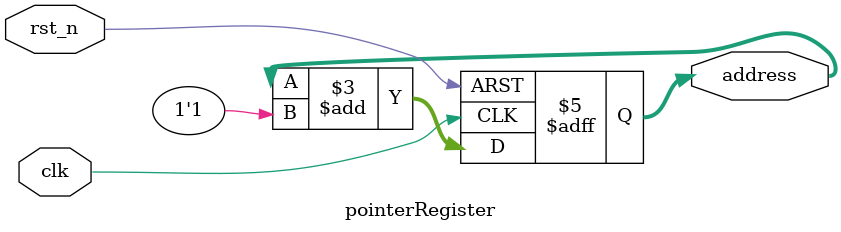
<source format=v>
`timescale 1ns / 1ps
module pointerRegister(clk,rst_n,address);
	 
	input clk,rst_n;
	output reg [7:0] address;
	
	
	initial address = 8'd0;
	
	always@(posedge clk or negedge rst_n) begin
		if(!rst_n)
			address = 8'd0;
		else
			address = address + 1'b1;
	end	


endmodule

</source>
